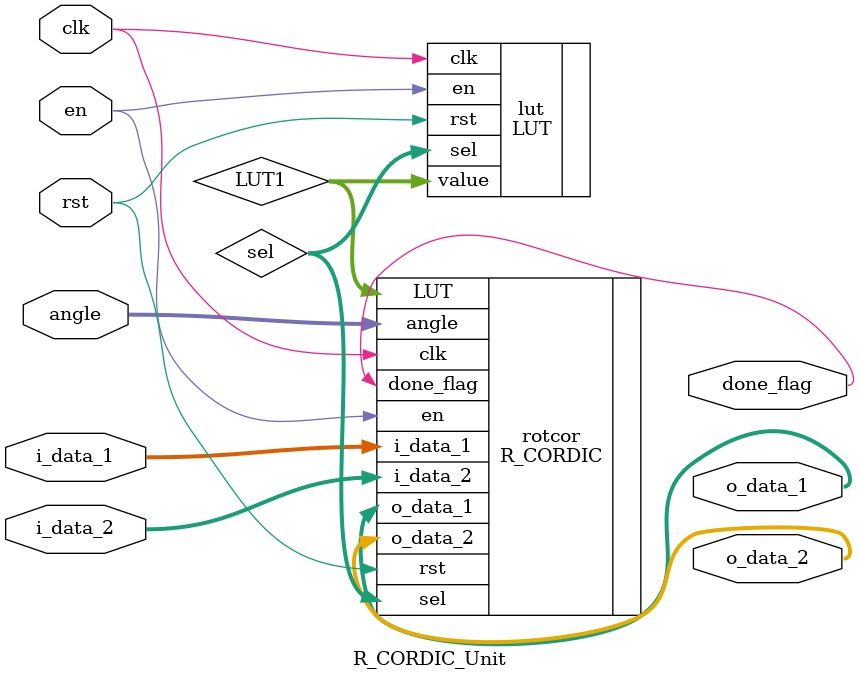
<source format=v>
module R_CORDIC_Unit (
    input signed [31:0]      i_data_1, 
    input signed [31:0]      i_data_2,
    input signed [31:0]      angle,
    input                    en,
    input                    rst,
    input                    clk,
    output signed [31:0]     o_data_1,
    output signed [31:0]     o_data_2,
    output                   done_flag
);
    
    wire [31:0] LUT1;
    wire [3:0]  sel;    

    R_CORDIC rotcor (
        .i_data_1(i_data_1),
        .i_data_2(i_data_2),
        .angle(angle),
        .en(en),
        .rst(rst),
        .clk(clk),
        .LUT(LUT1),
        .o_data_1(o_data_1),
        .o_data_2(o_data_2),
        .done_flag(done_flag),
        .sel(sel)
    );

    LUT lut (
        .sel(sel),
        .en(en),
        .clk(clk),
        .rst(rst),
        .value(LUT1)
    );

endmodule
</source>
